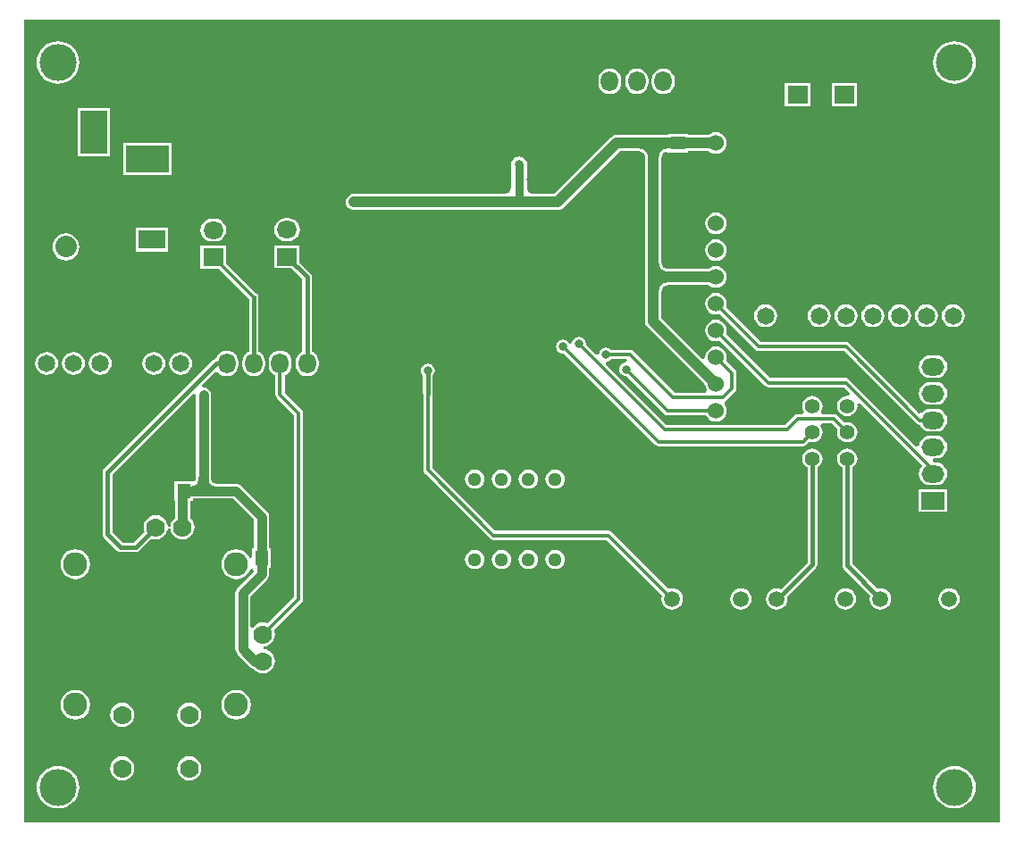
<source format=gbl>
G04*
G04 #@! TF.GenerationSoftware,Altium Limited,Altium Designer,18.1.6 (161)*
G04*
G04 Layer_Physical_Order=2*
G04 Layer_Color=16711680*
%FSTAX24Y24*%
%MOIN*%
G70*
G01*
G75*
%ADD15C,0.0150*%
%ADD21C,0.0140*%
%ADD22R,0.0550X0.0500*%
%ADD23R,0.0500X0.0550*%
%ADD62C,0.0400*%
%ADD63C,0.0350*%
%ADD64C,0.0200*%
%ADD65C,0.0300*%
%ADD68R,0.1600X0.1000*%
%ADD69R,0.1000X0.1600*%
%ADD70C,0.0591*%
%ADD71C,0.0512*%
%ADD72O,0.0850X0.0650*%
%ADD73R,0.0850X0.0650*%
%ADD74C,0.0551*%
%ADD75O,0.0750X0.0650*%
%ADD76R,0.0750X0.0650*%
%ADD77O,0.0650X0.0750*%
%ADD78R,0.1000X0.0700*%
%ADD79O,0.1000X0.0700*%
%ADD80C,0.0650*%
%ADD81C,0.0600*%
%ADD82C,0.0800*%
%ADD83R,0.0800X0.0800*%
%ADD84C,0.0700*%
%ADD85C,0.0900*%
%ADD86C,0.1380*%
%ADD87C,0.0315*%
G36*
X046447Y020003D02*
X010053D01*
Y049947D01*
X046447D01*
Y020003D01*
D02*
G37*
%LPC*%
G36*
X04475Y049144D02*
X044595Y049129D01*
X044446Y049083D01*
X044309Y04901D01*
X044189Y048911D01*
X04409Y048791D01*
X044017Y048654D01*
X043971Y048505D01*
X043956Y04835D01*
X043971Y048195D01*
X044017Y048046D01*
X04409Y047909D01*
X044189Y047789D01*
X044309Y04769D01*
X044446Y047617D01*
X044595Y047571D01*
X04475Y047556D01*
X044905Y047571D01*
X045054Y047617D01*
X045191Y04769D01*
X045311Y047789D01*
X04541Y047909D01*
X045483Y048046D01*
X045529Y048195D01*
X045544Y04835D01*
X045529Y048505D01*
X045483Y048654D01*
X04541Y048791D01*
X045311Y048911D01*
X045191Y04901D01*
X045054Y049083D01*
X044905Y049129D01*
X04475Y049144D01*
D02*
G37*
G36*
X0113D02*
X011145Y049129D01*
X010996Y049083D01*
X010859Y04901D01*
X010739Y048911D01*
X01064Y048791D01*
X010567Y048654D01*
X010521Y048505D01*
X010506Y04835D01*
X010521Y048195D01*
X010567Y048046D01*
X01064Y047909D01*
X010739Y047789D01*
X010859Y04769D01*
X010996Y047617D01*
X011145Y047571D01*
X0113Y047556D01*
X011455Y047571D01*
X011604Y047617D01*
X011741Y04769D01*
X011861Y047789D01*
X01196Y047909D01*
X012033Y048046D01*
X012079Y048195D01*
X012094Y04835D01*
X012079Y048505D01*
X012033Y048654D01*
X01196Y048791D01*
X011861Y048911D01*
X011741Y04901D01*
X011604Y049083D01*
X011455Y049129D01*
X0113Y049144D01*
D02*
G37*
G36*
X03388Y048129D02*
X033769Y048114D01*
X033666Y048071D01*
X033577Y048003D01*
X033509Y047914D01*
X033466Y047811D01*
X033451Y0477D01*
Y0476D01*
X033466Y047489D01*
X033509Y047386D01*
X033577Y047297D01*
X033666Y047229D01*
X033769Y047186D01*
X03388Y047171D01*
X033991Y047186D01*
X034094Y047229D01*
X034183Y047297D01*
X034251Y047386D01*
X034294Y047489D01*
X034309Y0476D01*
Y0477D01*
X034294Y047811D01*
X034251Y047914D01*
X034183Y048003D01*
X034094Y048071D01*
X033991Y048114D01*
X03388Y048129D01*
D02*
G37*
G36*
X0329D02*
X032789Y048114D01*
X032686Y048071D01*
X032597Y048003D01*
X032529Y047914D01*
X032486Y047811D01*
X032471Y0477D01*
Y0476D01*
X032486Y047489D01*
X032529Y047386D01*
X032597Y047297D01*
X032686Y047229D01*
X032789Y047186D01*
X0329Y047171D01*
X033011Y047186D01*
X033114Y047229D01*
X033203Y047297D01*
X033271Y047386D01*
X033314Y047489D01*
X033329Y0476D01*
Y0477D01*
X033314Y047811D01*
X033271Y047914D01*
X033203Y048003D01*
X033114Y048071D01*
X033011Y048114D01*
X0329Y048129D01*
D02*
G37*
G36*
X03189D02*
X031779Y048114D01*
X031676Y048071D01*
X031587Y048003D01*
X031519Y047914D01*
X031476Y047811D01*
X031461Y0477D01*
Y0476D01*
X031476Y047489D01*
X031519Y047386D01*
X031587Y047297D01*
X031676Y047229D01*
X031779Y047186D01*
X03189Y047171D01*
X032001Y047186D01*
X032104Y047229D01*
X032193Y047297D01*
X032261Y047386D01*
X032304Y047489D01*
X032319Y0476D01*
Y0477D01*
X032304Y047811D01*
X032261Y047914D01*
X032193Y048003D01*
X032104Y048071D01*
X032001Y048114D01*
X03189Y048129D01*
D02*
G37*
G36*
X041125Y047585D02*
X040175D01*
Y046735D01*
X041125D01*
Y047585D01*
D02*
G37*
G36*
X039375Y047575D02*
X038425D01*
Y046725D01*
X039375D01*
Y047575D01*
D02*
G37*
G36*
X03585Y045753D02*
X035746Y04574D01*
X035648Y045699D01*
X035587Y045653D01*
X034825D01*
Y0457D01*
X034075D01*
Y045653D01*
X03215D01*
X032072Y045642D01*
X031999Y045612D01*
X031936Y045564D01*
X029825Y043453D01*
X029097D01*
X029042Y043455D01*
X028988Y043465D01*
X028943Y04348D01*
X028908Y043499D01*
X028879Y043522D01*
X028856Y043551D01*
X028837Y043587D01*
X028822Y043631D01*
X028812Y043686D01*
X028809Y043741D01*
Y044543D01*
X028799Y044622D01*
X028769Y044695D01*
X028721Y044757D01*
X028658Y044805D01*
X028585Y044836D01*
X028507Y044846D01*
X028428Y044836D01*
X028355Y044805D01*
X028293Y044757D01*
X028245Y044695D01*
X028214Y044622D01*
X028204Y044543D01*
Y043741D01*
X028201Y043686D01*
X028192Y043631D01*
X028177Y043587D01*
X028157Y043551D01*
X028134Y043522D01*
X028106Y043499D01*
X02807Y04348D01*
X028026Y043465D01*
X027971Y043455D01*
X027916Y043453D01*
X02235D01*
X022272Y043442D01*
X022199Y043412D01*
X022136Y043364D01*
X022088Y043301D01*
X022058Y043228D01*
X022047Y04315D01*
X022058Y043072D01*
X022088Y042999D01*
X022136Y042936D01*
X022199Y042888D01*
X022272Y042858D01*
X02235Y042847D01*
X02995D01*
X030028Y042858D01*
X030101Y042888D01*
X030164Y042936D01*
X032275Y045047D01*
X032921D01*
X032976Y045045D01*
X033031Y045035D01*
X033075Y04502D01*
X033111Y045001D01*
X033139Y044978D01*
X033163Y044949D01*
X033182Y044913D01*
X033197Y044869D01*
X033206Y044814D01*
X033209Y044759D01*
Y04035D01*
Y038688D01*
X03322Y03861D01*
X03325Y038537D01*
X033298Y038474D01*
X03545Y036322D01*
X03546Y036246D01*
X035501Y036148D01*
X03552Y036123D01*
X03547Y036023D01*
X034322D01*
X032773Y037573D01*
X032716Y03761D01*
X03265Y037623D01*
X031942D01*
X031934Y037634D01*
X03188Y037675D01*
X031817Y037701D01*
X03175Y03771D01*
X031683Y037701D01*
X03162Y037675D01*
X031566Y037634D01*
X031525Y03758D01*
X031499Y037517D01*
X031494Y037479D01*
X03142Y037443D01*
X031392Y03744D01*
X030995Y037837D01*
X030996Y03785D01*
X030988Y037917D01*
X030962Y03798D01*
X03092Y038034D01*
X030867Y038075D01*
X030804Y038101D01*
X030737Y03811D01*
X030669Y038101D01*
X030607Y038075D01*
X030553Y038034D01*
X030512Y03798D01*
X030486Y037917D01*
X030481Y037884D01*
X030379Y03787D01*
X030375Y03788D01*
X030334Y037934D01*
X03028Y037975D01*
X030217Y038001D01*
X03015Y03801D01*
X030083Y038001D01*
X03002Y037975D01*
X029966Y037934D01*
X029925Y03788D01*
X029899Y037817D01*
X02989Y03775D01*
X029899Y037683D01*
X029925Y03762D01*
X029966Y037566D01*
X03002Y037525D01*
X030083Y037499D01*
X03015Y03749D01*
X030163Y037492D01*
X033577Y034077D01*
X033634Y03404D01*
X0337Y034027D01*
X0391D01*
X039167Y03404D01*
X039223Y034077D01*
X039336Y034191D01*
X039352Y034184D01*
X03945Y034171D01*
X039548Y034184D01*
X03964Y034222D01*
X039718Y034282D01*
X039778Y034361D01*
X039816Y034452D01*
X039829Y03455D01*
X039816Y034648D01*
X039778Y034739D01*
X03975Y034777D01*
X039799Y034877D01*
X040178D01*
X04039Y034664D01*
X040384Y034648D01*
X040371Y03455D01*
X040384Y034452D01*
X040422Y034361D01*
X040482Y034282D01*
X04056Y034222D01*
X040652Y034184D01*
X04075Y034171D01*
X040848Y034184D01*
X040939Y034222D01*
X041017Y034282D01*
X041078Y034361D01*
X041116Y034452D01*
X041128Y03455D01*
X041116Y034648D01*
X041078Y034739D01*
X041017Y034818D01*
X040939Y034878D01*
X040848Y034916D01*
X04075Y034929D01*
X040652Y034916D01*
X040635Y034909D01*
X040372Y035173D01*
X040316Y03521D01*
X04025Y035223D01*
X039811D01*
X039762Y035323D01*
X039778Y035345D01*
X039816Y035436D01*
X039829Y035534D01*
X039816Y035632D01*
X039778Y035724D01*
X039718Y035802D01*
X03964Y035862D01*
X039548Y0359D01*
X03945Y035913D01*
X039352Y0359D01*
X039261Y035862D01*
X039183Y035802D01*
X039122Y035724D01*
X039084Y035632D01*
X039072Y035534D01*
X039084Y035436D01*
X039122Y035345D01*
X039139Y035323D01*
X03909Y035223D01*
X0389D01*
X038834Y03521D01*
X038777Y035173D01*
X038428Y034823D01*
X034008D01*
X03174Y037092D01*
X031743Y03712D01*
X031779Y037194D01*
X031817Y037199D01*
X03188Y037225D01*
X031934Y037266D01*
X031942Y037277D01*
X032523D01*
X032535Y037256D01*
X032519Y037212D01*
X032479Y037157D01*
X032433Y037151D01*
X03237Y037125D01*
X032316Y037084D01*
X032275Y03703D01*
X032249Y036967D01*
X03224Y0369D01*
X032249Y036833D01*
X032275Y03677D01*
X032316Y036716D01*
X03237Y036675D01*
X032433Y036649D01*
X0325Y03664D01*
X032513Y036642D01*
X033927Y035227D01*
X033984Y03519D01*
X03405Y035177D01*
X035489D01*
X035501Y035148D01*
X035565Y035065D01*
X035648Y035001D01*
X035746Y03496D01*
X03585Y034947D01*
X035954Y03496D01*
X036052Y035001D01*
X036135Y035065D01*
X036199Y035148D01*
X03624Y035246D01*
X036253Y03535D01*
X03624Y035454D01*
X036199Y035552D01*
X036171Y035589D01*
X03617Y035612D01*
X036193Y035705D01*
X036198Y035711D01*
X036223Y035727D01*
X036573Y036077D01*
X03661Y036134D01*
X036623Y0362D01*
Y03675D01*
X03661Y036816D01*
X036573Y036873D01*
X036228Y037217D01*
X03624Y037246D01*
X036253Y03735D01*
X03624Y037454D01*
X036199Y037552D01*
X036135Y037635D01*
X036052Y037699D01*
X035954Y03774D01*
X03585Y037753D01*
X035746Y03774D01*
X035648Y037699D01*
X035565Y037635D01*
X035501Y037552D01*
X03546Y037454D01*
X035447Y03735D01*
X035451Y037319D01*
X035356Y037272D01*
X033814Y038813D01*
Y039759D01*
X033817Y039814D01*
X033827Y039869D01*
X033842Y039913D01*
X033861Y039949D01*
X033884Y039978D01*
X033913Y040001D01*
X033949Y04002D01*
X033993Y040035D01*
X034048Y040045D01*
X034103Y040047D01*
X035587D01*
X035648Y040001D01*
X035746Y03996D01*
X03585Y039947D01*
X035954Y03996D01*
X036052Y040001D01*
X036135Y040065D01*
X036199Y040148D01*
X03624Y040246D01*
X036253Y04035D01*
X03624Y040454D01*
X036199Y040552D01*
X036135Y040635D01*
X036052Y040699D01*
X035954Y04074D01*
X03585Y040753D01*
X035746Y04074D01*
X035648Y040699D01*
X035587Y040653D01*
X034103D01*
X034047Y040655D01*
X033993Y040665D01*
X033949Y04068D01*
X033913Y040699D01*
X033884Y040722D01*
X033861Y040751D01*
X033842Y040787D01*
X033827Y040831D01*
X033817Y040886D01*
X033814Y040941D01*
Y044759D01*
X033817Y044814D01*
X033827Y044869D01*
X033842Y044913D01*
X033861Y044949D01*
X033884Y044978D01*
X033913Y045001D01*
X033949Y04502D01*
X033975Y045029D01*
X034075Y045D01*
Y045D01*
X034825D01*
Y045047D01*
X035587D01*
X035648Y045001D01*
X035746Y04496D01*
X03585Y044947D01*
X035954Y04496D01*
X036052Y045001D01*
X036135Y045065D01*
X036199Y045148D01*
X03624Y045246D01*
X036253Y04535D01*
X03624Y045454D01*
X036199Y045552D01*
X036135Y045635D01*
X036052Y045699D01*
X035954Y04574D01*
X03585Y045753D01*
D02*
G37*
G36*
X01325Y04665D02*
X01205D01*
Y04485D01*
X01325D01*
Y04665D01*
D02*
G37*
G36*
X01555Y04535D02*
X01375D01*
Y04415D01*
X01555D01*
Y04535D01*
D02*
G37*
G36*
X03585Y042753D02*
X035746Y04274D01*
X035648Y042699D01*
X035565Y042635D01*
X035501Y042552D01*
X03546Y042454D01*
X035447Y04235D01*
X03546Y042246D01*
X035501Y042148D01*
X035565Y042065D01*
X035648Y042001D01*
X035746Y04196D01*
X03585Y041947D01*
X035954Y04196D01*
X036052Y042001D01*
X036135Y042065D01*
X036199Y042148D01*
X03624Y042246D01*
X036253Y04235D01*
X03624Y042454D01*
X036199Y042552D01*
X036135Y042635D01*
X036052Y042699D01*
X035954Y04274D01*
X03585Y042753D01*
D02*
G37*
G36*
X0199Y042539D02*
X0198D01*
X019689Y042524D01*
X019586Y042481D01*
X019497Y042413D01*
X019429Y042324D01*
X019386Y042221D01*
X019371Y04211D01*
X019386Y041999D01*
X019429Y041896D01*
X019497Y041807D01*
X019586Y041739D01*
X019689Y041696D01*
X0198Y041681D01*
X0199D01*
X020011Y041696D01*
X020114Y041739D01*
X020203Y041807D01*
X020271Y041896D01*
X020314Y041999D01*
X020329Y04211D01*
X020314Y042221D01*
X020271Y042324D01*
X020203Y042413D01*
X020114Y042481D01*
X020011Y042524D01*
X0199Y042539D01*
D02*
G37*
G36*
X01715Y042529D02*
X01705D01*
X016939Y042514D01*
X016836Y042471D01*
X016747Y042403D01*
X016679Y042314D01*
X016636Y042211D01*
X016621Y0421D01*
X016636Y041989D01*
X016679Y041886D01*
X016747Y041797D01*
X016836Y041729D01*
X016939Y041686D01*
X01705Y041671D01*
X01715D01*
X017261Y041686D01*
X017364Y041729D01*
X017453Y041797D01*
X017521Y041886D01*
X017564Y041989D01*
X017579Y0421D01*
X017564Y042211D01*
X017521Y042314D01*
X017453Y042403D01*
X017364Y042471D01*
X017261Y042514D01*
X01715Y042529D01*
D02*
G37*
G36*
X0154Y0422D02*
X0142D01*
Y0413D01*
X0154D01*
Y0422D01*
D02*
G37*
G36*
X0116Y041976D02*
X011469Y041959D01*
X011348Y041909D01*
X011243Y041829D01*
X011163Y041724D01*
X011113Y041603D01*
X011096Y041472D01*
X011113Y041342D01*
X011163Y04122D01*
X011243Y041115D01*
X011348Y041035D01*
X011469Y040985D01*
X0116Y040968D01*
X011731Y040985D01*
X011852Y041035D01*
X011957Y041115D01*
X012037Y04122D01*
X012087Y041342D01*
X012104Y041472D01*
X012087Y041603D01*
X012037Y041724D01*
X011957Y041829D01*
X011852Y041909D01*
X011731Y041959D01*
X0116Y041976D01*
D02*
G37*
G36*
X03585Y041753D02*
X035746Y04174D01*
X035648Y041699D01*
X035565Y041635D01*
X035501Y041552D01*
X03546Y041454D01*
X035447Y04135D01*
X03546Y041246D01*
X035501Y041148D01*
X035565Y041065D01*
X035648Y041001D01*
X035746Y04096D01*
X03585Y040947D01*
X035954Y04096D01*
X036052Y041001D01*
X036135Y041065D01*
X036199Y041148D01*
X03624Y041246D01*
X036253Y04135D01*
X03624Y041454D01*
X036199Y041552D01*
X036135Y041635D01*
X036052Y041699D01*
X035954Y04174D01*
X03585Y041753D01*
D02*
G37*
G36*
X0447Y039329D02*
X044589Y039314D01*
X044486Y039271D01*
X044397Y039203D01*
X044329Y039114D01*
X044286Y039011D01*
X044271Y0389D01*
X044286Y038789D01*
X044329Y038686D01*
X044397Y038597D01*
X044486Y038529D01*
X044589Y038486D01*
X0447Y038471D01*
X044811Y038486D01*
X044914Y038529D01*
X045003Y038597D01*
X045071Y038686D01*
X045114Y038789D01*
X045129Y0389D01*
X045114Y039011D01*
X045071Y039114D01*
X045003Y039203D01*
X044914Y039271D01*
X044811Y039314D01*
X0447Y039329D01*
D02*
G37*
G36*
X0437D02*
X043589Y039314D01*
X043486Y039271D01*
X043397Y039203D01*
X043329Y039114D01*
X043286Y039011D01*
X043271Y0389D01*
X043286Y038789D01*
X043329Y038686D01*
X043397Y038597D01*
X043486Y038529D01*
X043589Y038486D01*
X0437Y038471D01*
X043811Y038486D01*
X043914Y038529D01*
X044003Y038597D01*
X044071Y038686D01*
X044114Y038789D01*
X044129Y0389D01*
X044114Y039011D01*
X044071Y039114D01*
X044003Y039203D01*
X043914Y039271D01*
X043811Y039314D01*
X0437Y039329D01*
D02*
G37*
G36*
X0427D02*
X042589Y039314D01*
X042486Y039271D01*
X042397Y039203D01*
X042329Y039114D01*
X042286Y039011D01*
X042271Y0389D01*
X042286Y038789D01*
X042329Y038686D01*
X042397Y038597D01*
X042486Y038529D01*
X042589Y038486D01*
X0427Y038471D01*
X042811Y038486D01*
X042914Y038529D01*
X043003Y038597D01*
X043071Y038686D01*
X043114Y038789D01*
X043129Y0389D01*
X043114Y039011D01*
X043071Y039114D01*
X043003Y039203D01*
X042914Y039271D01*
X042811Y039314D01*
X0427Y039329D01*
D02*
G37*
G36*
X0417D02*
X041589Y039314D01*
X041486Y039271D01*
X041397Y039203D01*
X041329Y039114D01*
X041286Y039011D01*
X041271Y0389D01*
X041286Y038789D01*
X041329Y038686D01*
X041397Y038597D01*
X041486Y038529D01*
X041589Y038486D01*
X0417Y038471D01*
X041811Y038486D01*
X041914Y038529D01*
X042003Y038597D01*
X042071Y038686D01*
X042114Y038789D01*
X042129Y0389D01*
X042114Y039011D01*
X042071Y039114D01*
X042003Y039203D01*
X041914Y039271D01*
X041811Y039314D01*
X0417Y039329D01*
D02*
G37*
G36*
X0407D02*
X040589Y039314D01*
X040486Y039271D01*
X040397Y039203D01*
X040329Y039114D01*
X040286Y039011D01*
X040271Y0389D01*
X040286Y038789D01*
X040329Y038686D01*
X040397Y038597D01*
X040486Y038529D01*
X040589Y038486D01*
X0407Y038471D01*
X040811Y038486D01*
X040914Y038529D01*
X041003Y038597D01*
X041071Y038686D01*
X041114Y038789D01*
X041129Y0389D01*
X041114Y039011D01*
X041071Y039114D01*
X041003Y039203D01*
X040914Y039271D01*
X040811Y039314D01*
X0407Y039329D01*
D02*
G37*
G36*
X0397D02*
X039589Y039314D01*
X039486Y039271D01*
X039397Y039203D01*
X039329Y039114D01*
X039286Y039011D01*
X039271Y0389D01*
X039286Y038789D01*
X039329Y038686D01*
X039397Y038597D01*
X039486Y038529D01*
X039589Y038486D01*
X0397Y038471D01*
X039811Y038486D01*
X039914Y038529D01*
X040003Y038597D01*
X040071Y038686D01*
X040114Y038789D01*
X040129Y0389D01*
X040114Y039011D01*
X040071Y039114D01*
X040003Y039203D01*
X039914Y039271D01*
X039811Y039314D01*
X0397Y039329D01*
D02*
G37*
G36*
X0377D02*
X037589Y039314D01*
X037486Y039271D01*
X037397Y039203D01*
X037329Y039114D01*
X037286Y039011D01*
X037271Y0389D01*
X037286Y038789D01*
X037329Y038686D01*
X037397Y038597D01*
X037486Y038529D01*
X037589Y038486D01*
X0377Y038471D01*
X037811Y038486D01*
X037914Y038529D01*
X038003Y038597D01*
X038071Y038686D01*
X038114Y038789D01*
X038129Y0389D01*
X038114Y039011D01*
X038071Y039114D01*
X038003Y039203D01*
X037914Y039271D01*
X037811Y039314D01*
X0377Y039329D01*
D02*
G37*
G36*
X015884Y037549D02*
X015773Y037534D01*
X01567Y037491D01*
X015581Y037423D01*
X015513Y037334D01*
X01547Y037231D01*
X015456Y03712D01*
X01547Y037009D01*
X015513Y036906D01*
X015581Y036817D01*
X01567Y036749D01*
X015773Y036706D01*
X015884Y036691D01*
X015995Y036706D01*
X016099Y036749D01*
X016187Y036817D01*
X016255Y036906D01*
X016298Y037009D01*
X016313Y03712D01*
X016298Y037231D01*
X016255Y037334D01*
X016187Y037423D01*
X016099Y037491D01*
X015995Y037534D01*
X015884Y037549D01*
D02*
G37*
G36*
X014884D02*
X014773Y037534D01*
X01467Y037491D01*
X014581Y037423D01*
X014513Y037334D01*
X01447Y037231D01*
X014456Y03712D01*
X01447Y037009D01*
X014513Y036906D01*
X014581Y036817D01*
X01467Y036749D01*
X014773Y036706D01*
X014884Y036691D01*
X014995Y036706D01*
X015099Y036749D01*
X015187Y036817D01*
X015255Y036906D01*
X015298Y037009D01*
X015313Y03712D01*
X015298Y037231D01*
X015255Y037334D01*
X015187Y037423D01*
X015099Y037491D01*
X014995Y037534D01*
X014884Y037549D01*
D02*
G37*
G36*
X012884D02*
X012773Y037534D01*
X01267Y037491D01*
X012581Y037423D01*
X012513Y037334D01*
X01247Y037231D01*
X012456Y03712D01*
X01247Y037009D01*
X012513Y036906D01*
X012581Y036817D01*
X01267Y036749D01*
X012773Y036706D01*
X012884Y036691D01*
X012995Y036706D01*
X013099Y036749D01*
X013187Y036817D01*
X013255Y036906D01*
X013298Y037009D01*
X013313Y03712D01*
X013298Y037231D01*
X013255Y037334D01*
X013187Y037423D01*
X013099Y037491D01*
X012995Y037534D01*
X012884Y037549D01*
D02*
G37*
G36*
X011884D02*
X011773Y037534D01*
X01167Y037491D01*
X011581Y037423D01*
X011513Y037334D01*
X01147Y037231D01*
X011456Y03712D01*
X01147Y037009D01*
X011513Y036906D01*
X011581Y036817D01*
X01167Y036749D01*
X011773Y036706D01*
X011884Y036691D01*
X011995Y036706D01*
X012099Y036749D01*
X012187Y036817D01*
X012255Y036906D01*
X012298Y037009D01*
X012313Y03712D01*
X012298Y037231D01*
X012255Y037334D01*
X012187Y037423D01*
X012099Y037491D01*
X011995Y037534D01*
X011884Y037549D01*
D02*
G37*
G36*
X010884D02*
X010773Y037534D01*
X01067Y037491D01*
X010581Y037423D01*
X010513Y037334D01*
X01047Y037231D01*
X010456Y03712D01*
X01047Y037009D01*
X010513Y036906D01*
X010581Y036817D01*
X01067Y036749D01*
X010773Y036706D01*
X010884Y036691D01*
X010995Y036706D01*
X011099Y036749D01*
X011187Y036817D01*
X011255Y036906D01*
X011298Y037009D01*
X011313Y03712D01*
X011298Y037231D01*
X011255Y037334D01*
X011187Y037423D01*
X011099Y037491D01*
X010995Y037534D01*
X010884Y037549D01*
D02*
G37*
G36*
X020325Y041525D02*
X019375D01*
Y040675D01*
X020023D01*
X020422Y040276D01*
Y037556D01*
X020386Y037541D01*
X020297Y037473D01*
X020229Y037384D01*
X020186Y037281D01*
X020171Y03717D01*
Y03707D01*
X020186Y036959D01*
X020229Y036856D01*
X020297Y036767D01*
X020386Y036699D01*
X020489Y036656D01*
X0206Y036641D01*
X020711Y036656D01*
X020814Y036699D01*
X020903Y036767D01*
X020971Y036856D01*
X021014Y036959D01*
X021029Y03707D01*
Y03717D01*
X021014Y037281D01*
X020971Y037384D01*
X020903Y037473D01*
X020814Y037541D01*
X020778Y037556D01*
Y04035D01*
X020765Y040418D01*
X020726Y040476D01*
X020325Y040877D01*
Y041525D01*
D02*
G37*
G36*
X017575Y041515D02*
X016625D01*
Y040665D01*
X01728D01*
X018432Y039513D01*
Y037556D01*
X018396Y037541D01*
X018307Y037473D01*
X018239Y037384D01*
X018196Y037281D01*
X018181Y03717D01*
Y03707D01*
X018196Y036959D01*
X018239Y036856D01*
X018307Y036767D01*
X018396Y036699D01*
X018499Y036656D01*
X01861Y036641D01*
X018721Y036656D01*
X018824Y036699D01*
X018913Y036767D01*
X018981Y036856D01*
X019024Y036959D01*
X019039Y03707D01*
Y03717D01*
X019024Y037281D01*
X018981Y037384D01*
X018913Y037473D01*
X018824Y037541D01*
X018788Y037556D01*
Y03958D01*
X018775Y039648D01*
X018736Y039706D01*
X018714Y039721D01*
X017575Y04086D01*
Y041515D01*
D02*
G37*
G36*
X01959Y037599D02*
X019479Y037584D01*
X019376Y037541D01*
X019287Y037473D01*
X019219Y037384D01*
X019176Y037281D01*
X019161Y03717D01*
Y03707D01*
X019176Y036959D01*
X019219Y036856D01*
X019287Y036767D01*
X019376Y036699D01*
X019417Y036682D01*
Y03594D01*
X01943Y035874D01*
X019467Y035817D01*
X020107Y035178D01*
Y028402D01*
X019121Y027416D01*
X019067Y027438D01*
X01895Y027454D01*
X018833Y027438D01*
X018723Y027393D01*
X018629Y027321D01*
X018577Y027254D01*
X018477Y027287D01*
Y028435D01*
X019096Y029054D01*
X01914Y029111D01*
X019168Y029178D01*
X019177Y02925D01*
Y029475D01*
X01925D01*
Y030225D01*
X019177D01*
Y0314D01*
X019168Y031472D01*
X01914Y031539D01*
X019096Y031596D01*
X018146Y032546D01*
X018089Y03259D01*
X018022Y032618D01*
X01795Y032627D01*
X01725D01*
X0172Y03263D01*
X017154Y032638D01*
X017117Y03265D01*
X017088Y032666D01*
X017065Y032685D01*
X017046Y032708D01*
X01703Y032737D01*
X017018Y032774D01*
X01701Y03282D01*
X017007Y03287D01*
Y03594D01*
X016998Y036012D01*
X01697Y036079D01*
X016926Y036136D01*
X016869Y03618D01*
X016802Y036208D01*
X01673Y036217D01*
X016708Y036215D01*
X016662Y036309D01*
X017149Y036797D01*
X017281Y036787D01*
X017297Y036767D01*
X017386Y036699D01*
X017489Y036656D01*
X0176Y036641D01*
X017711Y036656D01*
X017814Y036699D01*
X017903Y036767D01*
X017971Y036856D01*
X018014Y036959D01*
X018029Y03707D01*
Y03717D01*
X018014Y037281D01*
X017971Y037384D01*
X017903Y037473D01*
X017814Y037541D01*
X017711Y037584D01*
X0176Y037599D01*
X017489Y037584D01*
X017386Y037541D01*
X017297Y037473D01*
X017229Y037384D01*
X017191Y037293D01*
X017152Y037285D01*
X017094Y037246D01*
X013024Y033176D01*
X012985Y033118D01*
X012972Y03305D01*
Y03075D01*
X012985Y030682D01*
X013024Y030624D01*
X013524Y030124D01*
X013524Y030124D01*
X013582Y030085D01*
X01365Y030072D01*
X01365Y030072D01*
X0142D01*
X014268Y030085D01*
X014326Y030124D01*
X014784Y030582D01*
X014833Y030562D01*
X01495Y030546D01*
X015067Y030562D01*
X015177Y030607D01*
X015271Y030679D01*
X015343Y030773D01*
X015388Y030883D01*
X015395Y030935D01*
X0154Y030967D01*
X0155D01*
X015505Y030935D01*
X015512Y030883D01*
X015557Y030773D01*
X015629Y030679D01*
X015723Y030607D01*
X015833Y030562D01*
X01595Y030546D01*
X016067Y030562D01*
X016177Y030607D01*
X016271Y030679D01*
X016343Y030773D01*
X016388Y030883D01*
X016404Y031D01*
X016388Y031117D01*
X016343Y031227D01*
X016271Y031321D01*
X016227Y031354D01*
Y031975D01*
X01635D01*
Y032073D01*
X017835D01*
X018623Y031285D01*
Y030225D01*
X01855D01*
Y029875D01*
X01845Y029855D01*
X01843Y029902D01*
X018342Y030017D01*
X018227Y030105D01*
X018094Y030161D01*
X01795Y03018D01*
X017806Y030161D01*
X017673Y030105D01*
X017558Y030017D01*
X01747Y029902D01*
X017414Y029769D01*
X017395Y029625D01*
X017414Y029481D01*
X01747Y029348D01*
X017558Y029233D01*
X017673Y029145D01*
X017806Y029089D01*
X01795Y02907D01*
X018094Y029089D01*
X018227Y029145D01*
X018342Y029233D01*
X01843Y029348D01*
X018453Y029401D01*
X018559Y029446D01*
X018567Y029442D01*
X018599Y029342D01*
X018004Y028746D01*
X01796Y028689D01*
X017932Y028622D01*
X017923Y02855D01*
Y02645D01*
X017932Y026378D01*
X01796Y026311D01*
X018004Y026254D01*
X018454Y025804D01*
X018511Y02576D01*
X018578Y025732D01*
X01859Y025731D01*
X018629Y025679D01*
X018723Y025607D01*
X018833Y025562D01*
X01895Y025546D01*
X019067Y025562D01*
X019177Y025607D01*
X019271Y025679D01*
X019343Y025773D01*
X019388Y025883D01*
X019404Y026D01*
X019388Y026117D01*
X019343Y026227D01*
X019271Y026321D01*
X019177Y026393D01*
X019067Y026438D01*
X019015Y026445D01*
X018983Y02645D01*
Y02655D01*
X019015Y026555D01*
X019067Y026562D01*
X019177Y026607D01*
X019271Y026679D01*
X019343Y026773D01*
X019388Y026883D01*
X019404Y027D01*
X019388Y027117D01*
X019366Y027171D01*
X020403Y028207D01*
X02044Y028264D01*
X020453Y02833D01*
Y03525D01*
X02044Y035316D01*
X020403Y035373D01*
X019763Y036012D01*
Y036682D01*
X019804Y036699D01*
X019893Y036767D01*
X019961Y036856D01*
X020004Y036959D01*
X020019Y03707D01*
Y03717D01*
X020004Y037281D01*
X019961Y037384D01*
X019893Y037473D01*
X019804Y037541D01*
X019701Y037584D01*
X01959Y037599D01*
D02*
G37*
G36*
X04405Y037429D02*
X04385D01*
X043739Y037414D01*
X043636Y037371D01*
X043547Y037303D01*
X043479Y037214D01*
X043436Y037111D01*
X043421Y037D01*
X043436Y036889D01*
X043479Y036786D01*
X043547Y036697D01*
X043636Y036629D01*
X043739Y036586D01*
X04385Y036571D01*
X04405D01*
X044161Y036586D01*
X044264Y036629D01*
X044353Y036697D01*
X044421Y036786D01*
X044464Y036889D01*
X044479Y037D01*
X044464Y037111D01*
X044421Y037214D01*
X044353Y037303D01*
X044264Y037371D01*
X044161Y037414D01*
X04405Y037429D01*
D02*
G37*
G36*
X03585Y038753D02*
X035746Y03874D01*
X035648Y038699D01*
X035565Y038635D01*
X035501Y038552D01*
X03546Y038454D01*
X035447Y03835D01*
X03546Y038246D01*
X035501Y038148D01*
X035565Y038065D01*
X035648Y038001D01*
X035746Y03796D01*
X03585Y037947D01*
X035954Y03796D01*
X035983Y037972D01*
X037677Y036277D01*
X037734Y03624D01*
X0378Y036227D01*
X040628D01*
X040855Y036D01*
X040808Y035905D01*
X04075Y035913D01*
X040652Y0359D01*
X04056Y035862D01*
X040482Y035802D01*
X040422Y035724D01*
X040384Y035632D01*
X040371Y035534D01*
X040384Y035436D01*
X040422Y035345D01*
X040482Y035266D01*
X04056Y035206D01*
X040652Y035168D01*
X04075Y035155D01*
X040848Y035168D01*
X040939Y035206D01*
X041017Y035266D01*
X041078Y035345D01*
X041116Y035436D01*
X041128Y035534D01*
X041121Y035593D01*
X041215Y035639D01*
X043547Y033308D01*
X043547Y033303D01*
X043479Y033214D01*
X043436Y033111D01*
X043421Y033D01*
X043436Y032889D01*
X043479Y032786D01*
X043547Y032697D01*
X043636Y032629D01*
X043739Y032586D01*
X04385Y032571D01*
X04405D01*
X044161Y032586D01*
X044264Y032629D01*
X044353Y032697D01*
X044421Y032786D01*
X044464Y032889D01*
X044479Y033D01*
X044464Y033111D01*
X044421Y033214D01*
X044353Y033303D01*
X044264Y033371D01*
X044161Y033414D01*
X04405Y033429D01*
X043962D01*
X04393Y033471D01*
X04398Y033571D01*
X04405D01*
X044161Y033586D01*
X044264Y033629D01*
X044353Y033697D01*
X044421Y033786D01*
X044464Y033889D01*
X044479Y034D01*
X044464Y034111D01*
X044421Y034214D01*
X044353Y034303D01*
X044264Y034371D01*
X044161Y034414D01*
X04405Y034429D01*
X04385D01*
X043739Y034414D01*
X043636Y034371D01*
X043547Y034303D01*
X043479Y034214D01*
X043436Y034111D01*
X043429Y034058D01*
X043323Y034022D01*
X040823Y036523D01*
X040766Y03656D01*
X0407Y036573D01*
X037872D01*
X036228Y038217D01*
X03624Y038246D01*
X036253Y03835D01*
X03624Y038454D01*
X036199Y038552D01*
X036135Y038635D01*
X036052Y038699D01*
X035954Y03874D01*
X03585Y038753D01*
D02*
G37*
G36*
X04405Y036429D02*
X04385D01*
X043739Y036414D01*
X043636Y036371D01*
X043547Y036303D01*
X043479Y036214D01*
X043436Y036111D01*
X043421Y036D01*
X043436Y035889D01*
X043479Y035786D01*
X043547Y035697D01*
X043636Y035629D01*
X043739Y035586D01*
X04385Y035571D01*
X04405D01*
X044161Y035586D01*
X044264Y035629D01*
X044353Y035697D01*
X044421Y035786D01*
X044464Y035889D01*
X044479Y036D01*
X044464Y036111D01*
X044421Y036214D01*
X044353Y036303D01*
X044264Y036371D01*
X044161Y036414D01*
X04405Y036429D01*
D02*
G37*
G36*
X03585Y039753D02*
X035746Y03974D01*
X035648Y039699D01*
X035565Y039635D01*
X035501Y039552D01*
X03546Y039454D01*
X035447Y03935D01*
X03546Y039246D01*
X035501Y039148D01*
X035565Y039065D01*
X035648Y039001D01*
X035746Y03896D01*
X03585Y038947D01*
X035954Y03896D01*
X035983Y038972D01*
X037327Y037627D01*
X037384Y03759D01*
X03745Y037577D01*
X040628D01*
X043327Y034877D01*
X043384Y03484D01*
X04345Y034827D01*
X043462D01*
X043479Y034786D01*
X043547Y034697D01*
X043636Y034629D01*
X043739Y034586D01*
X04385Y034571D01*
X04405D01*
X044161Y034586D01*
X044264Y034629D01*
X044353Y034697D01*
X044421Y034786D01*
X044464Y034889D01*
X044479Y035D01*
X044464Y035111D01*
X044421Y035214D01*
X044353Y035303D01*
X044264Y035371D01*
X044161Y035414D01*
X04405Y035429D01*
X04385D01*
X043739Y035414D01*
X043636Y035371D01*
X043547Y035303D01*
X043526Y035276D01*
X043426Y035269D01*
X040823Y037873D01*
X040766Y03791D01*
X0407Y037923D01*
X037522D01*
X036228Y039217D01*
X03624Y039246D01*
X036253Y03935D01*
X03624Y039454D01*
X036199Y039552D01*
X036135Y039635D01*
X036052Y039699D01*
X035954Y03974D01*
X03585Y039753D01*
D02*
G37*
G36*
X02985Y033159D02*
X029757Y033147D01*
X029671Y033111D01*
X029596Y033054D01*
X029539Y032979D01*
X029503Y032893D01*
X029491Y0328D01*
X029503Y032707D01*
X029539Y032621D01*
X029596Y032546D01*
X029671Y032489D01*
X029757Y032453D01*
X02985Y032441D01*
X029943Y032453D01*
X030029Y032489D01*
X030104Y032546D01*
X030161Y032621D01*
X030197Y032707D01*
X030209Y0328D01*
X030197Y032893D01*
X030161Y032979D01*
X030104Y033054D01*
X030029Y033111D01*
X029943Y033147D01*
X02985Y033159D01*
D02*
G37*
G36*
X02885D02*
X028757Y033147D01*
X028671Y033111D01*
X028596Y033054D01*
X028539Y032979D01*
X028503Y032893D01*
X028491Y0328D01*
X028503Y032707D01*
X028539Y032621D01*
X028596Y032546D01*
X028671Y032489D01*
X028757Y032453D01*
X02885Y032441D01*
X028943Y032453D01*
X029029Y032489D01*
X029104Y032546D01*
X029161Y032621D01*
X029197Y032707D01*
X029209Y0328D01*
X029197Y032893D01*
X029161Y032979D01*
X029104Y033054D01*
X029029Y033111D01*
X028943Y033147D01*
X02885Y033159D01*
D02*
G37*
G36*
X02785D02*
X027757Y033147D01*
X027671Y033111D01*
X027596Y033054D01*
X027539Y032979D01*
X027503Y032893D01*
X027491Y0328D01*
X027503Y032707D01*
X027539Y032621D01*
X027596Y032546D01*
X027671Y032489D01*
X027757Y032453D01*
X02785Y032441D01*
X027943Y032453D01*
X028029Y032489D01*
X028104Y032546D01*
X028161Y032621D01*
X028197Y032707D01*
X028209Y0328D01*
X028197Y032893D01*
X028161Y032979D01*
X028104Y033054D01*
X028029Y033111D01*
X027943Y033147D01*
X02785Y033159D01*
D02*
G37*
G36*
X02685D02*
X026757Y033147D01*
X026671Y033111D01*
X026596Y033054D01*
X026539Y032979D01*
X026503Y032893D01*
X026491Y0328D01*
X026503Y032707D01*
X026539Y032621D01*
X026596Y032546D01*
X026671Y032489D01*
X026757Y032453D01*
X02685Y032441D01*
X026943Y032453D01*
X027029Y032489D01*
X027104Y032546D01*
X027161Y032621D01*
X027197Y032707D01*
X027209Y0328D01*
X027197Y032893D01*
X027161Y032979D01*
X027104Y033054D01*
X027029Y033111D01*
X026943Y033147D01*
X02685Y033159D01*
D02*
G37*
G36*
X044475Y032425D02*
X043425D01*
Y031575D01*
X044475D01*
Y032425D01*
D02*
G37*
G36*
X02985Y030159D02*
X029757Y030147D01*
X029671Y030111D01*
X029596Y030054D01*
X029539Y029979D01*
X029503Y029893D01*
X029491Y0298D01*
X029503Y029707D01*
X029539Y029621D01*
X029596Y029546D01*
X029671Y029489D01*
X029757Y029453D01*
X02985Y029441D01*
X029943Y029453D01*
X030029Y029489D01*
X030104Y029546D01*
X030161Y029621D01*
X030197Y029707D01*
X030209Y0298D01*
X030197Y029893D01*
X030161Y029979D01*
X030104Y030054D01*
X030029Y030111D01*
X029943Y030147D01*
X02985Y030159D01*
D02*
G37*
G36*
X02885D02*
X028757Y030147D01*
X028671Y030111D01*
X028596Y030054D01*
X028539Y029979D01*
X028503Y029893D01*
X028491Y0298D01*
X028503Y029707D01*
X028539Y029621D01*
X028596Y029546D01*
X028671Y029489D01*
X028757Y029453D01*
X02885Y029441D01*
X028943Y029453D01*
X029029Y029489D01*
X029104Y029546D01*
X029161Y029621D01*
X029197Y029707D01*
X029209Y0298D01*
X029197Y029893D01*
X029161Y029979D01*
X029104Y030054D01*
X029029Y030111D01*
X028943Y030147D01*
X02885Y030159D01*
D02*
G37*
G36*
X02785D02*
X027757Y030147D01*
X027671Y030111D01*
X027596Y030054D01*
X027539Y029979D01*
X027503Y029893D01*
X027491Y0298D01*
X027503Y029707D01*
X027539Y029621D01*
X027596Y029546D01*
X027671Y029489D01*
X027757Y029453D01*
X02785Y029441D01*
X027943Y029453D01*
X028029Y029489D01*
X028104Y029546D01*
X028161Y029621D01*
X028197Y029707D01*
X028209Y0298D01*
X028197Y029893D01*
X028161Y029979D01*
X028104Y030054D01*
X028029Y030111D01*
X027943Y030147D01*
X02785Y030159D01*
D02*
G37*
G36*
X02685D02*
X026757Y030147D01*
X026671Y030111D01*
X026596Y030054D01*
X026539Y029979D01*
X026503Y029893D01*
X026491Y0298D01*
X026503Y029707D01*
X026539Y029621D01*
X026596Y029546D01*
X026671Y029489D01*
X026757Y029453D01*
X02685Y029441D01*
X026943Y029453D01*
X027029Y029489D01*
X027104Y029546D01*
X027161Y029621D01*
X027197Y029707D01*
X027209Y0298D01*
X027197Y029893D01*
X027161Y029979D01*
X027104Y030054D01*
X027029Y030111D01*
X026943Y030147D01*
X02685Y030159D01*
D02*
G37*
G36*
X01195Y03018D02*
X011806Y030161D01*
X011673Y030105D01*
X011558Y030017D01*
X01147Y029902D01*
X011414Y029769D01*
X011395Y029625D01*
X011414Y029481D01*
X01147Y029348D01*
X011558Y029233D01*
X011673Y029145D01*
X011806Y029089D01*
X01195Y02907D01*
X012094Y029089D01*
X012227Y029145D01*
X012342Y029233D01*
X01243Y029348D01*
X012486Y029481D01*
X012505Y029625D01*
X012486Y029769D01*
X01243Y029902D01*
X012342Y030017D01*
X012227Y030105D01*
X012094Y030161D01*
X01195Y03018D01*
D02*
G37*
G36*
X03945Y033945D02*
X039352Y033932D01*
X039261Y033894D01*
X039183Y033834D01*
X039122Y033755D01*
X039084Y033664D01*
X039072Y033566D01*
X039084Y033468D01*
X039122Y033376D01*
X039183Y033298D01*
X039261Y033238D01*
X039272Y033233D01*
Y02969D01*
X03828Y028698D01*
X038224Y028721D01*
X03812Y028735D01*
X038017Y028721D01*
X037921Y028681D01*
X037839Y028618D01*
X037775Y028535D01*
X037735Y028439D01*
X037722Y028336D01*
X037735Y028233D01*
X037775Y028136D01*
X037839Y028054D01*
X037921Y027991D01*
X038017Y027951D01*
X03812Y027937D01*
X038224Y027951D01*
X03832Y027991D01*
X038402Y028054D01*
X038466Y028136D01*
X038506Y028233D01*
X038519Y028336D01*
X038508Y028421D01*
X039577Y02949D01*
X039577Y02949D01*
X039615Y029547D01*
X039629Y029616D01*
X039629Y029616D01*
Y033233D01*
X03964Y033238D01*
X039718Y033298D01*
X039778Y033376D01*
X039816Y033468D01*
X039829Y033566D01*
X039816Y033664D01*
X039778Y033755D01*
X039718Y033834D01*
X03964Y033894D01*
X039548Y033932D01*
X03945Y033945D01*
D02*
G37*
G36*
X044546Y028735D02*
X044443Y028721D01*
X044347Y028681D01*
X044264Y028618D01*
X044201Y028535D01*
X044161Y028439D01*
X044147Y028336D01*
X044161Y028233D01*
X044201Y028136D01*
X044264Y028054D01*
X044347Y027991D01*
X044443Y027951D01*
X044546Y027937D01*
X044649Y027951D01*
X044745Y027991D01*
X044828Y028054D01*
X044891Y028136D01*
X044931Y028233D01*
X044945Y028336D01*
X044931Y028439D01*
X044891Y028535D01*
X044828Y028618D01*
X044745Y028681D01*
X044649Y028721D01*
X044546Y028735D01*
D02*
G37*
G36*
X04075Y033945D02*
X040652Y033932D01*
X04056Y033894D01*
X040482Y033834D01*
X040422Y033755D01*
X040384Y033664D01*
X040371Y033566D01*
X040384Y033468D01*
X040422Y033376D01*
X040482Y033298D01*
X04056Y033238D01*
X040571Y033233D01*
Y029573D01*
X040585Y029505D01*
X040623Y029447D01*
X041611Y02846D01*
X041602Y028439D01*
X041588Y028336D01*
X041602Y028233D01*
X041642Y028136D01*
X041705Y028054D01*
X041788Y027991D01*
X041884Y027951D01*
X041987Y027937D01*
X04209Y027951D01*
X042186Y027991D01*
X042269Y028054D01*
X042332Y028136D01*
X042372Y028233D01*
X042386Y028336D01*
X042372Y028439D01*
X042332Y028535D01*
X042269Y028618D01*
X042186Y028681D01*
X04209Y028721D01*
X041987Y028735D01*
X041884Y028721D01*
X041863Y028712D01*
X040928Y029647D01*
Y033233D01*
X040939Y033238D01*
X041017Y033298D01*
X041078Y033376D01*
X041116Y033468D01*
X041128Y033566D01*
X041116Y033664D01*
X041078Y033755D01*
X041017Y033834D01*
X040939Y033894D01*
X040848Y033932D01*
X04075Y033945D01*
D02*
G37*
G36*
X04068Y028735D02*
X040576Y028721D01*
X04048Y028681D01*
X040398Y028618D01*
X040334Y028535D01*
X040294Y028439D01*
X040281Y028336D01*
X040294Y028233D01*
X040334Y028136D01*
X040398Y028054D01*
X04048Y027991D01*
X040576Y027951D01*
X04068Y027937D01*
X040783Y027951D01*
X040879Y027991D01*
X040961Y028054D01*
X041025Y028136D01*
X041065Y028233D01*
X041078Y028336D01*
X041065Y028439D01*
X041025Y028535D01*
X040961Y028618D01*
X040879Y028681D01*
X040783Y028721D01*
X04068Y028735D01*
D02*
G37*
G36*
X03678D02*
X036676Y028721D01*
X03658Y028681D01*
X036498Y028618D01*
X036434Y028535D01*
X036394Y028439D01*
X036381Y028336D01*
X036394Y028233D01*
X036434Y028136D01*
X036498Y028054D01*
X03658Y027991D01*
X036676Y027951D01*
X03678Y027937D01*
X036883Y027951D01*
X036979Y027991D01*
X037061Y028054D01*
X037125Y028136D01*
X037165Y028233D01*
X037178Y028336D01*
X037165Y028439D01*
X037125Y028535D01*
X037061Y028618D01*
X036979Y028681D01*
X036883Y028721D01*
X03678Y028735D01*
D02*
G37*
G36*
X0251Y03711D02*
X025033Y037101D01*
X02497Y037075D01*
X024916Y037034D01*
X024875Y03698D01*
X024849Y036917D01*
X02484Y03685D01*
X024849Y036783D01*
X024875Y03672D01*
X024916Y036666D01*
X024922Y036662D01*
Y036D01*
X024927Y035974D01*
Y03315D01*
X02494Y033084D01*
X024977Y033027D01*
X027427Y030577D01*
X027484Y03054D01*
X02755Y030527D01*
X031785D01*
X033846Y028465D01*
X033835Y028439D01*
X033822Y028336D01*
X033835Y028233D01*
X033875Y028136D01*
X033939Y028054D01*
X034021Y027991D01*
X034117Y027951D01*
X03422Y027937D01*
X034324Y027951D01*
X03442Y027991D01*
X034502Y028054D01*
X034566Y028136D01*
X034606Y028233D01*
X034619Y028336D01*
X034606Y028439D01*
X034566Y028535D01*
X034502Y028618D01*
X03442Y028681D01*
X034324Y028721D01*
X03422Y028735D01*
X034117Y028721D01*
X034091Y02871D01*
X031979Y030823D01*
X031923Y03086D01*
X031856Y030873D01*
X027622D01*
X025273Y033222D01*
Y035974D01*
X025278Y036D01*
Y036662D01*
X025284Y036666D01*
X025325Y03672D01*
X025351Y036783D01*
X02536Y03685D01*
X025351Y036917D01*
X025325Y03698D01*
X025284Y037034D01*
X02523Y037075D01*
X025167Y037101D01*
X0251Y03711D01*
D02*
G37*
G36*
X01795Y02493D02*
X017806Y024911D01*
X017673Y024855D01*
X017558Y024767D01*
X01747Y024652D01*
X017414Y024519D01*
X017395Y024375D01*
X017414Y024231D01*
X01747Y024098D01*
X017558Y023983D01*
X017673Y023895D01*
X017806Y023839D01*
X01795Y02382D01*
X018094Y023839D01*
X018227Y023895D01*
X018342Y023983D01*
X01843Y024098D01*
X018486Y024231D01*
X018505Y024375D01*
X018486Y024519D01*
X01843Y024652D01*
X018342Y024767D01*
X018227Y024855D01*
X018094Y024911D01*
X01795Y02493D01*
D02*
G37*
G36*
X01195D02*
X011806Y024911D01*
X011673Y024855D01*
X011558Y024767D01*
X01147Y024652D01*
X011414Y024519D01*
X011395Y024375D01*
X011414Y024231D01*
X01147Y024098D01*
X011558Y023983D01*
X011673Y023895D01*
X011806Y023839D01*
X01195Y02382D01*
X012094Y023839D01*
X012227Y023895D01*
X012342Y023983D01*
X01243Y024098D01*
X012486Y024231D01*
X012505Y024375D01*
X012486Y024519D01*
X01243Y024652D01*
X012342Y024767D01*
X012227Y024855D01*
X012094Y024911D01*
X01195Y02493D01*
D02*
G37*
G36*
X0162Y024454D02*
X016083Y024438D01*
X015973Y024393D01*
X015879Y024321D01*
X015807Y024227D01*
X015762Y024117D01*
X015746Y024D01*
X015762Y023883D01*
X015807Y023773D01*
X015879Y023679D01*
X015973Y023607D01*
X016083Y023562D01*
X0162Y023546D01*
X016317Y023562D01*
X016427Y023607D01*
X016521Y023679D01*
X016593Y023773D01*
X016638Y023883D01*
X016654Y024D01*
X016638Y024117D01*
X016593Y024227D01*
X016521Y024321D01*
X016427Y024393D01*
X016317Y024438D01*
X0162Y024454D01*
D02*
G37*
G36*
X0137D02*
X013583Y024438D01*
X013473Y024393D01*
X013379Y024321D01*
X013307Y024227D01*
X013262Y024117D01*
X013246Y024D01*
X013262Y023883D01*
X013307Y023773D01*
X013379Y023679D01*
X013473Y023607D01*
X013583Y023562D01*
X0137Y023546D01*
X013817Y023562D01*
X013927Y023607D01*
X014021Y023679D01*
X014093Y023773D01*
X014138Y023883D01*
X014154Y024D01*
X014138Y024117D01*
X014093Y024227D01*
X014021Y024321D01*
X013927Y024393D01*
X013817Y024438D01*
X0137Y024454D01*
D02*
G37*
G36*
X0162Y022454D02*
X016083Y022438D01*
X015973Y022393D01*
X015879Y022321D01*
X015807Y022227D01*
X015762Y022117D01*
X015746Y022D01*
X015762Y021883D01*
X015807Y021773D01*
X015879Y021679D01*
X015973Y021607D01*
X016083Y021562D01*
X0162Y021546D01*
X016317Y021562D01*
X016427Y021607D01*
X016521Y021679D01*
X016593Y021773D01*
X016638Y021883D01*
X016654Y022D01*
X016638Y022117D01*
X016593Y022227D01*
X016521Y022321D01*
X016427Y022393D01*
X016317Y022438D01*
X0162Y022454D01*
D02*
G37*
G36*
X0137D02*
X013583Y022438D01*
X013473Y022393D01*
X013379Y022321D01*
X013307Y022227D01*
X013262Y022117D01*
X013246Y022D01*
X013262Y021883D01*
X013307Y021773D01*
X013379Y021679D01*
X013473Y021607D01*
X013583Y021562D01*
X0137Y021546D01*
X013817Y021562D01*
X013927Y021607D01*
X014021Y021679D01*
X014093Y021773D01*
X014138Y021883D01*
X014154Y022D01*
X014138Y022117D01*
X014093Y022227D01*
X014021Y022321D01*
X013927Y022393D01*
X013817Y022438D01*
X0137Y022454D01*
D02*
G37*
G36*
X04475Y022094D02*
X044595Y022079D01*
X044446Y022033D01*
X044309Y02196D01*
X044189Y021861D01*
X04409Y021741D01*
X044017Y021604D01*
X043971Y021455D01*
X043956Y0213D01*
X043971Y021145D01*
X044017Y020996D01*
X04409Y020859D01*
X044189Y020739D01*
X044309Y02064D01*
X044446Y020567D01*
X044595Y020521D01*
X04475Y020506D01*
X044905Y020521D01*
X045054Y020567D01*
X045191Y02064D01*
X045311Y020739D01*
X04541Y020859D01*
X045483Y020996D01*
X045529Y021145D01*
X045544Y0213D01*
X045529Y021455D01*
X045483Y021604D01*
X04541Y021741D01*
X045311Y021861D01*
X045191Y02196D01*
X045054Y022033D01*
X044905Y022079D01*
X04475Y022094D01*
D02*
G37*
G36*
X0113D02*
X011145Y022079D01*
X010996Y022033D01*
X010859Y02196D01*
X010739Y021861D01*
X01064Y021741D01*
X010567Y021604D01*
X010521Y021455D01*
X010506Y0213D01*
X010521Y021145D01*
X010567Y020996D01*
X01064Y020859D01*
X010739Y020739D01*
X010859Y02064D01*
X010996Y020567D01*
X011145Y020521D01*
X0113Y020506D01*
X011455Y020521D01*
X011604Y020567D01*
X011741Y02064D01*
X011861Y020739D01*
X01196Y020859D01*
X012033Y020996D01*
X012079Y021145D01*
X012094Y0213D01*
X012079Y021455D01*
X012033Y021604D01*
X01196Y021741D01*
X011861Y021861D01*
X011741Y02196D01*
X011604Y022033D01*
X011455Y022079D01*
X0113Y022094D01*
D02*
G37*
%LPD*%
G36*
X034112Y04515D02*
X034036Y045146D01*
X033968Y045134D01*
X033908Y045114D01*
X033856Y045086D01*
X033812Y04505D01*
X033776Y045006D01*
X033748Y044954D01*
X033728Y044894D01*
X033716Y044826D01*
X033712Y04475D01*
X033312D01*
X033308Y044826D01*
X033296Y044894D01*
X033276Y044954D01*
X033248Y045006D01*
X033212Y04505D01*
X033168Y045086D01*
X033116Y045114D01*
X033056Y045134D01*
X032988Y045146D01*
X032912Y04515D01*
X033512Y04555D01*
X034112Y04515D01*
D02*
G37*
G36*
X033716Y040874D02*
X033728Y040806D01*
X033748Y040746D01*
X033776Y040694D01*
X033812Y04065D01*
X033856Y040614D01*
X033908Y040586D01*
X033968Y040566D01*
X034036Y040554D01*
X034112Y04055D01*
Y04015D01*
X034036Y040146D01*
X033968Y040134D01*
X033908Y040114D01*
X033856Y040086D01*
X033812Y04005D01*
X033776Y040006D01*
X033748Y039954D01*
X033728Y039894D01*
X033716Y039826D01*
X033712Y03975D01*
X033312Y04035D01*
X033712Y04095D01*
X033716Y040874D01*
D02*
G37*
G36*
X016909Y032808D02*
X016919Y032749D01*
X016937Y032696D01*
X016961Y032651D01*
X016992Y032613D01*
X017031Y032581D01*
X017076Y032557D01*
X017129Y032539D01*
X017189Y032529D01*
X017255Y032525D01*
X01673Y032175D01*
X016205Y032525D01*
X016272Y032529D01*
X016331Y032539D01*
X016384Y032557D01*
X016429Y032581D01*
X016467Y032613D01*
X016499Y032651D01*
X016523Y032696D01*
X016541Y032749D01*
X016552Y032808D01*
X016555Y032875D01*
X016905D01*
X016909Y032808D01*
D02*
G37*
G36*
X016455Y035962D02*
X016453Y03594D01*
Y03287D01*
X01645Y03282D01*
X016442Y032774D01*
X016436Y032758D01*
X01635Y032725D01*
X01635Y032725D01*
X01565D01*
Y031975D01*
X015673D01*
Y031354D01*
X015629Y031321D01*
X015557Y031227D01*
X015512Y031117D01*
X015505Y031065D01*
X0155Y031033D01*
X0154D01*
X015395Y031065D01*
X015388Y031117D01*
X015343Y031227D01*
X015271Y031321D01*
X015177Y031393D01*
X015067Y031438D01*
X01495Y031454D01*
X014833Y031438D01*
X014723Y031393D01*
X014629Y031321D01*
X014557Y031227D01*
X014512Y031117D01*
X014496Y031D01*
X014512Y030883D01*
X014532Y030834D01*
X014126Y030428D01*
X013724D01*
X013328Y030824D01*
Y032976D01*
X016361Y036008D01*
X016455Y035962D01*
D02*
G37*
D15*
X0142Y03025D02*
X01495Y031D01*
X01365Y03025D02*
X0142D01*
X01315Y03305D02*
X01722Y03712D01*
X01315Y03075D02*
Y03305D01*
Y03075D02*
X01365Y03025D01*
X01722Y03712D02*
X0176D01*
X03812Y028286D02*
X03945Y029616D01*
X01985Y0411D02*
X0206Y04035D01*
Y03712D02*
Y04035D01*
X01861Y03712D02*
Y03958D01*
X0251Y036D02*
Y03685D01*
X04075Y029573D02*
X041987Y028336D01*
X04075Y029573D02*
Y033566D01*
X03945Y029616D02*
Y033566D01*
D21*
X01959Y03594D02*
X02028Y03525D01*
X01959Y03594D02*
Y03712D01*
X02028Y02833D02*
Y03525D01*
X0171Y04109D02*
X01861Y03958D01*
X0251Y03315D02*
Y036D01*
Y03315D02*
X02755Y0307D01*
X0337Y0342D02*
X0391D01*
X03015Y03775D02*
X0337Y0342D01*
X01895Y027D02*
X02028Y02833D01*
X04025Y03505D02*
X04075Y03455D01*
X0389Y03505D02*
X04025D01*
X0385Y03465D02*
X0389Y03505D01*
X033937Y03465D02*
X0385D01*
X030737Y03785D02*
X033937Y03465D01*
X0391Y0342D02*
X03945Y03455D01*
X04395Y033D02*
Y03315D01*
X0407Y0364D02*
X04395Y03315D01*
X0378Y0364D02*
X0407D01*
X03585Y03835D02*
X0378Y0364D01*
X04345Y035D02*
X04395D01*
X0407Y03775D02*
X04345Y035D01*
X03745Y03775D02*
X0407D01*
X03585Y03935D02*
X03745Y03775D01*
X03585Y03735D02*
X03645Y03675D01*
Y0362D02*
Y03675D01*
X0361Y03585D02*
X03645Y0362D01*
X03425Y03585D02*
X0361D01*
X03265Y03745D02*
X03425Y03585D01*
X03175Y03745D02*
X03265D01*
X03405Y03535D02*
X03585D01*
X0325Y0369D02*
X03405Y03535D01*
X03575Y04445D02*
X03585Y04435D01*
X03445Y04445D02*
X03575D01*
X031856Y0307D02*
X03422Y028336D01*
X02755Y0307D02*
X031856D01*
D22*
X03445Y04445D02*
D03*
Y04535D02*
D03*
D23*
X0198Y02985D02*
D03*
X0189D02*
D03*
X0151Y03235D02*
D03*
X016D02*
D03*
D62*
X028507Y04315D02*
X02995D01*
X02235D02*
X028507D01*
X033512Y04535D02*
X03445D01*
X03215D02*
X033512D01*
Y04035D02*
Y04535D01*
Y038688D02*
Y04035D01*
Y038688D02*
X03585Y03635D01*
X033512Y04035D02*
X03585D01*
X02995Y04315D02*
X03215Y04535D01*
X01595Y031D02*
X016Y03105D01*
X03445Y04535D02*
X03585D01*
D63*
X01673Y03235D02*
Y03594D01*
X01595Y0323D02*
X016Y03235D01*
X01595Y031D02*
Y0323D01*
X01673Y03235D02*
X01795D01*
X016D02*
X01673D01*
X0182Y02855D02*
X0189Y02925D01*
X0182Y02645D02*
Y02855D01*
Y02645D02*
X01865Y026D01*
X01895D01*
X0189Y02925D02*
Y02985D01*
Y0314D01*
X01795Y03235D02*
X0189Y0314D01*
D64*
X01395Y031D02*
Y03195D01*
X01435Y03235D01*
X0151D01*
X0198Y02885D02*
Y02985D01*
X01895Y028D02*
X0198Y02885D01*
D65*
X028507Y04315D02*
Y044543D01*
D68*
X01465Y04475D02*
D03*
Y04725D02*
D03*
D69*
X01265Y04575D02*
D03*
D70*
X03422Y028336D02*
D03*
Y026564D02*
D03*
X03678Y028336D02*
D03*
Y026564D02*
D03*
X03812Y028336D02*
D03*
Y026564D02*
D03*
X04068Y028336D02*
D03*
Y026564D02*
D03*
X044546D02*
D03*
Y028336D02*
D03*
X041987Y026564D02*
D03*
Y028336D02*
D03*
D71*
X02885Y0298D02*
D03*
X02785D02*
D03*
X02685D02*
D03*
X02985D02*
D03*
Y0328D02*
D03*
X02885D02*
D03*
X02785D02*
D03*
X02685D02*
D03*
D72*
X04395Y036D02*
D03*
Y033D02*
D03*
Y034D02*
D03*
Y035D02*
D03*
Y037D02*
D03*
D73*
Y032D02*
D03*
D74*
X04075Y033566D02*
D03*
Y03455D02*
D03*
Y035534D02*
D03*
X03945Y033566D02*
D03*
Y03455D02*
D03*
Y035534D02*
D03*
D75*
X0389Y04614D02*
D03*
X04065Y04615D02*
D03*
X01985Y04211D02*
D03*
Y04309D02*
D03*
X0171Y0421D02*
D03*
Y04308D02*
D03*
D76*
X0389Y04715D02*
D03*
X04065Y04716D02*
D03*
X01985Y0411D02*
D03*
X0171Y04109D02*
D03*
D77*
X03189Y04765D02*
D03*
X0329D02*
D03*
X03388D02*
D03*
X03489D02*
D03*
X0206Y03712D02*
D03*
X01959D02*
D03*
X01861D02*
D03*
X0176D02*
D03*
D78*
X0148Y04175D02*
D03*
D79*
Y04275D02*
D03*
D80*
X010884Y03712D02*
D03*
X011884D02*
D03*
X012884D02*
D03*
X013884D02*
D03*
X014884D02*
D03*
X015884D02*
D03*
X0377Y0389D02*
D03*
X0387D02*
D03*
X0397D02*
D03*
X0407D02*
D03*
X0417D02*
D03*
X0427D02*
D03*
X0437D02*
D03*
X0447D02*
D03*
D81*
X03585Y04535D02*
D03*
Y04435D02*
D03*
Y04335D02*
D03*
Y04235D02*
D03*
Y04135D02*
D03*
Y04035D02*
D03*
Y03935D02*
D03*
Y03835D02*
D03*
Y03735D02*
D03*
Y03635D02*
D03*
Y03535D02*
D03*
D82*
X0116Y041472D02*
D03*
D83*
Y04285D02*
D03*
D84*
X01895Y028D02*
D03*
Y027D02*
D03*
Y026D02*
D03*
X01395Y031D02*
D03*
X01495D02*
D03*
X01595D02*
D03*
X0137Y024D02*
D03*
X0162D02*
D03*
X0137Y022D02*
D03*
X0162D02*
D03*
D85*
X01195Y024375D02*
D03*
Y029625D02*
D03*
X01795D02*
D03*
Y024375D02*
D03*
D86*
X0113Y0213D02*
D03*
X04475D02*
D03*
Y04835D02*
D03*
X0113D02*
D03*
D87*
X0183Y0483D02*
D03*
X02595Y048135D02*
D03*
X017326Y045644D02*
D03*
X014066Y04385D02*
D03*
X01588D02*
D03*
X017695D02*
D03*
X01285Y0383D02*
D03*
X0225Y041339D02*
D03*
X0213Y04015D02*
D03*
X029373Y0346D02*
D03*
X028377D02*
D03*
X0273D02*
D03*
X02779Y036856D02*
D03*
X02834Y037783D02*
D03*
X02795Y047914D02*
D03*
X02891Y046787D02*
D03*
X04495Y044D02*
D03*
Y04D02*
D03*
X04395Y038D02*
D03*
X04495Y036D02*
D03*
X04395Y03D02*
D03*
X04495Y024D02*
D03*
X04395Y022D02*
D03*
X04295Y048D02*
D03*
X04195Y046D02*
D03*
X04295Y044D02*
D03*
Y04D02*
D03*
X04195Y038D02*
D03*
Y034D02*
D03*
Y03D02*
D03*
X04295Y024D02*
D03*
X04195Y022D02*
D03*
X03995Y046D02*
D03*
X04095Y044D02*
D03*
X03995Y034D02*
D03*
Y03D02*
D03*
X04095Y024D02*
D03*
X03995Y022D02*
D03*
X03895Y048D02*
D03*
Y044D02*
D03*
Y036D02*
D03*
X03795Y03D02*
D03*
X03895Y024D02*
D03*
X03795Y022D02*
D03*
X03695Y048D02*
D03*
Y044D02*
D03*
Y04D02*
D03*
Y036D02*
D03*
Y024D02*
D03*
X03595Y022D02*
D03*
X03495Y044D02*
D03*
Y032D02*
D03*
X03395Y03D02*
D03*
X03495Y024D02*
D03*
X03395Y022D02*
D03*
X03195Y038D02*
D03*
Y034D02*
D03*
X03295Y032D02*
D03*
X03195Y03D02*
D03*
X03295Y028D02*
D03*
X03195Y026D02*
D03*
X03295Y024D02*
D03*
X03195Y022D02*
D03*
X02995Y046D02*
D03*
Y042D02*
D03*
X03095Y036D02*
D03*
Y032D02*
D03*
X02995Y022D02*
D03*
X02895Y044D02*
D03*
Y032D02*
D03*
X02795Y022D02*
D03*
X02695Y044D02*
D03*
X02595Y042D02*
D03*
X02695Y036D02*
D03*
X02595Y034D02*
D03*
X02695Y032D02*
D03*
X02595Y03D02*
D03*
Y022D02*
D03*
X02395Y046D02*
D03*
Y034D02*
D03*
X02495Y032D02*
D03*
X02395Y03D02*
D03*
X02495Y028D02*
D03*
X02395Y026D02*
D03*
X02495Y024D02*
D03*
X02395Y022D02*
D03*
X02295Y048D02*
D03*
X02195Y034D02*
D03*
X02295Y032D02*
D03*
X02195Y03D02*
D03*
X02295Y028D02*
D03*
X02195Y026D02*
D03*
X02295Y024D02*
D03*
X02195Y022D02*
D03*
X01995Y046D02*
D03*
Y038D02*
D03*
X02095Y032D02*
D03*
Y028D02*
D03*
Y024D02*
D03*
X01995Y022D02*
D03*
X01895Y044D02*
D03*
Y04D02*
D03*
X01795Y038D02*
D03*
Y034D02*
D03*
Y026D02*
D03*
X01895Y024D02*
D03*
X01795Y022D02*
D03*
X01595Y046D02*
D03*
X01695Y04D02*
D03*
X01595Y034D02*
D03*
Y03D02*
D03*
X01695Y028D02*
D03*
X01595Y026D02*
D03*
X01695Y024D02*
D03*
X01495Y048D02*
D03*
X01395Y046D02*
D03*
X01495Y04D02*
D03*
Y036D02*
D03*
Y028D02*
D03*
X01395Y026D02*
D03*
X01495Y024D02*
D03*
X01295Y048D02*
D03*
Y044D02*
D03*
Y04D02*
D03*
X01195Y034D02*
D03*
X01295Y028D02*
D03*
X01195Y026D02*
D03*
Y022D02*
D03*
X024074Y049547D02*
D03*
X024545Y047794D02*
D03*
X025088Y0462D02*
D03*
X0267Y04875D02*
D03*
X02375Y0426D02*
D03*
X018993Y038989D02*
D03*
X018176Y031362D02*
D03*
X019654Y025902D02*
D03*
X019426Y029149D02*
D03*
X019439Y030964D02*
D03*
X018528Y032534D02*
D03*
X019153Y037911D02*
D03*
X02105Y0383D02*
D03*
X022216Y039553D02*
D03*
X024782Y04212D02*
D03*
X028211Y042422D02*
D03*
X02725Y039139D02*
D03*
X030114Y041119D02*
D03*
X032526Y046615D02*
D03*
X032785Y048411D02*
D03*
X0346D02*
D03*
X036415D02*
D03*
X03823D02*
D03*
X041351Y047937D02*
D03*
X042634Y046653D02*
D03*
X043918Y04537D02*
D03*
X043524Y04288D02*
D03*
X041709D02*
D03*
X039895D02*
D03*
X038133Y042445D02*
D03*
X037161Y040912D02*
D03*
X038239Y039452D02*
D03*
X041419Y041802D02*
D03*
X043234D02*
D03*
X045011Y041431D02*
D03*
Y037801D02*
D03*
Y034171D02*
D03*
Y032356D02*
D03*
X043543Y031289D02*
D03*
X041728D02*
D03*
X039913D02*
D03*
X038098D02*
D03*
X036638Y030211D02*
D03*
X038453D02*
D03*
X045588Y030826D02*
D03*
X046089Y03257D02*
D03*
Y034385D02*
D03*
Y0362D02*
D03*
Y038015D02*
D03*
Y03983D02*
D03*
Y041645D02*
D03*
Y04346D02*
D03*
X045603Y045209D02*
D03*
X04432Y046492D02*
D03*
X041753Y049059D02*
D03*
X03999Y049489D02*
D03*
X038175D02*
D03*
X03636D02*
D03*
X034545D02*
D03*
X03273D02*
D03*
X030938Y049201D02*
D03*
X030161Y04756D02*
D03*
X03005Y0442D02*
D03*
X028Y04405D02*
D03*
X02275Y0378D02*
D03*
X0236Y037042D02*
D03*
X0216Y038927D02*
D03*
X0228Y04015D02*
D03*
X034076Y041484D02*
D03*
X03594Y046936D02*
D03*
X035112Y045914D02*
D03*
X032482D02*
D03*
X031314Y045312D02*
D03*
X02877Y045741D02*
D03*
X023149Y043736D02*
D03*
X024464D02*
D03*
X025717Y044134D02*
D03*
X026544Y045157D02*
D03*
X026549Y046472D02*
D03*
X02665Y047742D02*
D03*
X024215Y044864D02*
D03*
X022914Y045058D02*
D03*
X022434Y046282D02*
D03*
X021786Y045322D02*
D03*
Y043823D02*
D03*
Y042509D02*
D03*
X02115Y041431D02*
D03*
X014294Y038927D02*
D03*
X01432Y037613D02*
D03*
X015844Y036319D02*
D03*
X015449Y037632D02*
D03*
X015844Y038886D02*
D03*
X017159D02*
D03*
X0201Y039001D02*
D03*
X02285Y0426D02*
D03*
X027Y042635D02*
D03*
X029503Y04265D02*
D03*
X030743Y043145D02*
D03*
X031817Y0443D02*
D03*
X032947Y041769D02*
D03*
Y040454D02*
D03*
Y039139D02*
D03*
X033469Y037932D02*
D03*
X034399Y037003D02*
D03*
X0365Y040874D02*
D03*
X035262Y040914D02*
D03*
X034076Y042799D02*
D03*
X035207Y044786D02*
D03*
X03685Y046394D02*
D03*
X038142Y046637D02*
D03*
X016785Y047479D02*
D03*
X018307Y04697D02*
D03*
X0185Y0455D02*
D03*
X01985Y044814D02*
D03*
X02115Y045322D02*
D03*
X0205Y0463D02*
D03*
X01954Y047065D02*
D03*
X039Y040973D02*
D03*
X03835Y040976D02*
D03*
X039Y041635D02*
D03*
X01673Y03594D02*
D03*
X028507Y044543D02*
D03*
X02235Y04315D02*
D03*
X02175Y037042D02*
D03*
X024444Y041672D02*
D03*
X028178Y041797D02*
D03*
X029322Y041807D02*
D03*
X0417Y036065D02*
D03*
X03775Y0372D02*
D03*
X03521Y037877D02*
D03*
X03488Y039192D02*
D03*
X04395Y0274D02*
D03*
X0426D02*
D03*
X0348D02*
D03*
X03616D02*
D03*
X03875D02*
D03*
X04D02*
D03*
X025592Y038635D02*
D03*
X025491Y0394D02*
D03*
X023536Y03865D02*
D03*
X0251Y03685D02*
D03*
X03015Y03775D02*
D03*
X028393Y038783D02*
D03*
X02515Y040015D02*
D03*
X030737Y03785D02*
D03*
X03175Y03745D02*
D03*
X0325Y0369D02*
D03*
M02*

</source>
